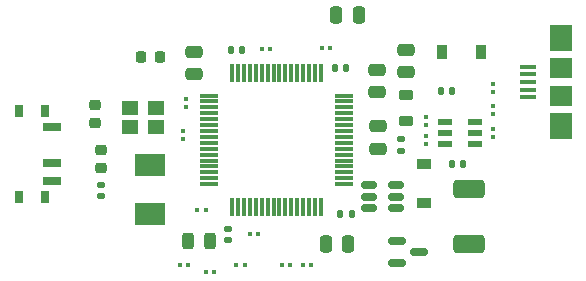
<source format=gbr>
%TF.GenerationSoftware,KiCad,Pcbnew,(6.0.0)*%
%TF.CreationDate,2022-11-12T11:45:22+03:00*%
%TF.ProjectId,RoBEC,526f4245-432e-46b6-9963-61645f706362,rev?*%
%TF.SameCoordinates,Original*%
%TF.FileFunction,Paste,Top*%
%TF.FilePolarity,Positive*%
%FSLAX46Y46*%
G04 Gerber Fmt 4.6, Leading zero omitted, Abs format (unit mm)*
G04 Created by KiCad (PCBNEW (6.0.0)) date 2022-11-12 11:45:22*
%MOMM*%
%LPD*%
G01*
G04 APERTURE LIST*
G04 Aperture macros list*
%AMRoundRect*
0 Rectangle with rounded corners*
0 $1 Rounding radius*
0 $2 $3 $4 $5 $6 $7 $8 $9 X,Y pos of 4 corners*
0 Add a 4 corners polygon primitive as box body*
4,1,4,$2,$3,$4,$5,$6,$7,$8,$9,$2,$3,0*
0 Add four circle primitives for the rounded corners*
1,1,$1+$1,$2,$3*
1,1,$1+$1,$4,$5*
1,1,$1+$1,$6,$7*
1,1,$1+$1,$8,$9*
0 Add four rect primitives between the rounded corners*
20,1,$1+$1,$2,$3,$4,$5,0*
20,1,$1+$1,$4,$5,$6,$7,0*
20,1,$1+$1,$6,$7,$8,$9,0*
20,1,$1+$1,$8,$9,$2,$3,0*%
G04 Aperture macros list end*
%ADD10RoundRect,0.140000X0.140000X0.170000X-0.140000X0.170000X-0.140000X-0.170000X0.140000X-0.170000X0*%
%ADD11RoundRect,0.079500X-0.079500X-0.100500X0.079500X-0.100500X0.079500X0.100500X-0.079500X0.100500X0*%
%ADD12RoundRect,0.150000X-0.587500X-0.150000X0.587500X-0.150000X0.587500X0.150000X-0.587500X0.150000X0*%
%ADD13RoundRect,0.249999X1.075001X-0.512501X1.075001X0.512501X-1.075001X0.512501X-1.075001X-0.512501X0*%
%ADD14RoundRect,0.250000X-0.250000X-0.475000X0.250000X-0.475000X0.250000X0.475000X-0.250000X0.475000X0*%
%ADD15RoundRect,0.250000X0.475000X-0.250000X0.475000X0.250000X-0.475000X0.250000X-0.475000X-0.250000X0*%
%ADD16RoundRect,0.079500X0.100500X-0.079500X0.100500X0.079500X-0.100500X0.079500X-0.100500X-0.079500X0*%
%ADD17RoundRect,0.079500X-0.100500X0.079500X-0.100500X-0.079500X0.100500X-0.079500X0.100500X0.079500X0*%
%ADD18RoundRect,0.075000X-0.105000X0.075000X-0.105000X-0.075000X0.105000X-0.075000X0.105000X0.075000X0*%
%ADD19RoundRect,0.140000X-0.140000X-0.170000X0.140000X-0.170000X0.140000X0.170000X-0.140000X0.170000X0*%
%ADD20R,1.400000X0.400000*%
%ADD21R,1.900000X1.800000*%
%ADD22R,1.900000X2.300000*%
%ADD23RoundRect,0.140000X-0.170000X0.140000X-0.170000X-0.140000X0.170000X-0.140000X0.170000X0.140000X0*%
%ADD24R,1.150000X0.600000*%
%ADD25R,0.800000X1.000000*%
%ADD26R,1.500000X0.700000*%
%ADD27RoundRect,0.218750X0.381250X-0.218750X0.381250X0.218750X-0.381250X0.218750X-0.381250X-0.218750X0*%
%ADD28RoundRect,0.225000X0.250000X-0.225000X0.250000X0.225000X-0.250000X0.225000X-0.250000X-0.225000X0*%
%ADD29R,1.400000X1.200000*%
%ADD30RoundRect,0.075000X-0.700000X-0.075000X0.700000X-0.075000X0.700000X0.075000X-0.700000X0.075000X0*%
%ADD31RoundRect,0.075000X-0.075000X-0.700000X0.075000X-0.700000X0.075000X0.700000X-0.075000X0.700000X0*%
%ADD32RoundRect,0.250000X-0.475000X0.250000X-0.475000X-0.250000X0.475000X-0.250000X0.475000X0.250000X0*%
%ADD33RoundRect,0.225000X0.225000X0.250000X-0.225000X0.250000X-0.225000X-0.250000X0.225000X-0.250000X0*%
%ADD34RoundRect,0.150000X0.512500X0.150000X-0.512500X0.150000X-0.512500X-0.150000X0.512500X-0.150000X0*%
%ADD35RoundRect,0.147500X-0.147500X-0.172500X0.147500X-0.172500X0.147500X0.172500X-0.147500X0.172500X0*%
%ADD36R,2.500000X1.900000*%
%ADD37RoundRect,0.243750X-0.243750X-0.456250X0.243750X-0.456250X0.243750X0.456250X-0.243750X0.456250X0*%
%ADD38R,0.900000X1.200000*%
%ADD39R,1.200000X0.900000*%
G04 APERTURE END LIST*
D10*
%TO.C,C9*%
X158842500Y-94305000D03*
X157882500Y-94305000D03*
%TD*%
D11*
%TO.C,R12*%
X149572500Y-111005000D03*
X150262500Y-111005000D03*
%TD*%
D12*
%TO.C,Q1*%
X163125000Y-108955000D03*
X163125000Y-110855000D03*
X165000000Y-109905000D03*
%TD*%
D13*
%TO.C,POWER LED*%
X169262500Y-109242500D03*
X169262500Y-104567500D03*
%TD*%
D14*
%TO.C,C10*%
X158012500Y-89805000D03*
X159912500Y-89805000D03*
%TD*%
D15*
%TO.C,C8*%
X163962500Y-94655000D03*
X163962500Y-92755000D03*
%TD*%
D16*
%TO.C,R7*%
X165607500Y-99130000D03*
X165607500Y-98440000D03*
%TD*%
D17*
%TO.C,R18*%
X171307500Y-95660000D03*
D18*
X171307500Y-96350000D03*
%TD*%
D19*
%TO.C,C6*%
X158362500Y-106705000D03*
X159322500Y-106705000D03*
%TD*%
D20*
%TO.C,J2*%
X174212500Y-96805000D03*
X174212500Y-96155000D03*
X174212500Y-95505000D03*
X174212500Y-94855000D03*
X174212500Y-94205000D03*
D21*
X177062500Y-94355000D03*
X177062500Y-96655000D03*
D22*
X177062500Y-99255000D03*
X177062500Y-91755000D03*
%TD*%
D23*
%TO.C,C14*%
X163462500Y-100345000D03*
X163462500Y-101305000D03*
%TD*%
D17*
%TO.C,R14*%
X171307500Y-97515000D03*
X171307500Y-98205000D03*
%TD*%
%TO.C,R17*%
X145062500Y-99660000D03*
X145062500Y-100350000D03*
%TD*%
D24*
%TO.C,U2*%
X169807500Y-100755000D03*
X169807500Y-99805000D03*
X169807500Y-98855000D03*
X167207500Y-98855000D03*
X167207500Y-99805000D03*
X167207500Y-100755000D03*
%TD*%
D17*
%TO.C,R6*%
X165607500Y-100060000D03*
X165607500Y-100750000D03*
%TD*%
D25*
%TO.C,SW*%
X133342500Y-97955000D03*
X131132500Y-105255000D03*
X133342500Y-105255000D03*
X131132500Y-97955000D03*
D26*
X133992500Y-99355000D03*
X133992500Y-102355000D03*
X133992500Y-103855000D03*
%TD*%
D11*
%TO.C,R5*%
X147707500Y-111605000D03*
X147017500Y-111605000D03*
%TD*%
D27*
%TO.C,FB1*%
X163962500Y-98767500D03*
X163962500Y-96642500D03*
%TD*%
D23*
%TO.C,C7*%
X138062500Y-104205000D03*
X138062500Y-105165000D03*
%TD*%
D28*
%TO.C,C2*%
X137562500Y-98980000D03*
X137562500Y-97430000D03*
%TD*%
D14*
%TO.C,C12*%
X157112500Y-109205000D03*
X159012500Y-109205000D03*
%TD*%
D29*
%TO.C,16MhZ*%
X140562500Y-99305000D03*
X142762500Y-99305000D03*
X142762500Y-97705000D03*
X140562500Y-97705000D03*
%TD*%
D11*
%TO.C,R1*%
X151717500Y-92705000D03*
X152407500Y-92705000D03*
%TD*%
D30*
%TO.C,U1*%
X147287500Y-96655000D03*
X147287500Y-97155000D03*
X147287500Y-97655000D03*
X147287500Y-98155000D03*
X147287500Y-98655000D03*
X147287500Y-99155000D03*
X147287500Y-99655000D03*
X147287500Y-100155000D03*
X147287500Y-100655000D03*
X147287500Y-101155000D03*
X147287500Y-101655000D03*
X147287500Y-102155000D03*
X147287500Y-102655000D03*
X147287500Y-103155000D03*
X147287500Y-103655000D03*
X147287500Y-104155000D03*
D31*
X149212500Y-106080000D03*
X149712500Y-106080000D03*
X150212500Y-106080000D03*
X150712500Y-106080000D03*
X151212500Y-106080000D03*
X151712500Y-106080000D03*
X152212500Y-106080000D03*
X152712500Y-106080000D03*
X153212500Y-106080000D03*
X153712500Y-106080000D03*
X154212500Y-106080000D03*
X154712500Y-106080000D03*
X155212500Y-106080000D03*
X155712500Y-106080000D03*
X156212500Y-106080000D03*
X156712500Y-106080000D03*
D30*
X158637500Y-104155000D03*
X158637500Y-103655000D03*
X158637500Y-103155000D03*
X158637500Y-102655000D03*
X158637500Y-102155000D03*
X158637500Y-101655000D03*
X158637500Y-101155000D03*
X158637500Y-100655000D03*
X158637500Y-100155000D03*
X158637500Y-99655000D03*
X158637500Y-99155000D03*
X158637500Y-98655000D03*
X158637500Y-98155000D03*
X158637500Y-97655000D03*
X158637500Y-97155000D03*
X158637500Y-96655000D03*
D31*
X156712500Y-94730000D03*
X156212500Y-94730000D03*
X155712500Y-94730000D03*
X155212500Y-94730000D03*
X154712500Y-94730000D03*
X154212500Y-94730000D03*
X153712500Y-94730000D03*
X153212500Y-94730000D03*
X152712500Y-94730000D03*
X152212500Y-94730000D03*
X151712500Y-94730000D03*
X151212500Y-94730000D03*
X150712500Y-94730000D03*
X150212500Y-94730000D03*
X149712500Y-94730000D03*
X149212500Y-94730000D03*
%TD*%
D32*
%TO.C,C1*%
X145962500Y-92955000D03*
X145962500Y-94855000D03*
%TD*%
D33*
%TO.C,C5*%
X143062500Y-93405000D03*
X141512500Y-93405000D03*
%TD*%
D10*
%TO.C,C15*%
X168787500Y-102405000D03*
X167827500Y-102405000D03*
%TD*%
D34*
%TO.C,U3*%
X163100000Y-106155000D03*
X163100000Y-105205000D03*
X163100000Y-104255000D03*
X160825000Y-104255000D03*
X160825000Y-105205000D03*
X160825000Y-106155000D03*
%TD*%
D35*
%TO.C,L2*%
X166877500Y-96305000D03*
X167847500Y-96305000D03*
%TD*%
D17*
%TO.C,R15*%
X171307500Y-99460000D03*
X171307500Y-100150000D03*
%TD*%
D11*
%TO.C,R9*%
X155852500Y-111005000D03*
X155162500Y-111005000D03*
%TD*%
D28*
%TO.C,C4*%
X138062500Y-102780000D03*
X138062500Y-101230000D03*
%TD*%
D19*
%TO.C,C11*%
X149102500Y-92805000D03*
X150062500Y-92805000D03*
%TD*%
D32*
%TO.C,C13*%
X161562500Y-99255000D03*
X161562500Y-99255000D03*
X161562500Y-101155000D03*
%TD*%
D11*
%TO.C,R3*%
X146952500Y-106305000D03*
X146262500Y-106305000D03*
%TD*%
D36*
%TO.C,L*%
X142262500Y-106655000D03*
X142262500Y-102555000D03*
%TD*%
D23*
%TO.C,C3*%
X148832500Y-107945000D03*
X148832500Y-108905000D03*
%TD*%
D16*
%TO.C,R2*%
X145262500Y-96960000D03*
X145262500Y-97650000D03*
%TD*%
D37*
%TO.C,STATUS*%
X145425000Y-109005000D03*
X147300000Y-109005000D03*
%TD*%
D11*
%TO.C,R4*%
X151407500Y-108405000D03*
X150717500Y-108405000D03*
%TD*%
%TO.C,R16*%
X157487500Y-92605000D03*
X156797500Y-92605000D03*
%TD*%
D38*
%TO.C,D1*%
X170312500Y-93005000D03*
X167012500Y-93005000D03*
%TD*%
D15*
%TO.C,C16*%
X161462500Y-96355000D03*
X161462500Y-94455000D03*
%TD*%
D39*
%TO.C,D3*%
X165462500Y-102455000D03*
X165462500Y-105755000D03*
%TD*%
D11*
%TO.C,R8*%
X145507500Y-111005000D03*
X144817500Y-111005000D03*
%TD*%
%TO.C,R10*%
X153417500Y-111005000D03*
X154107500Y-111005000D03*
%TD*%
M02*

</source>
